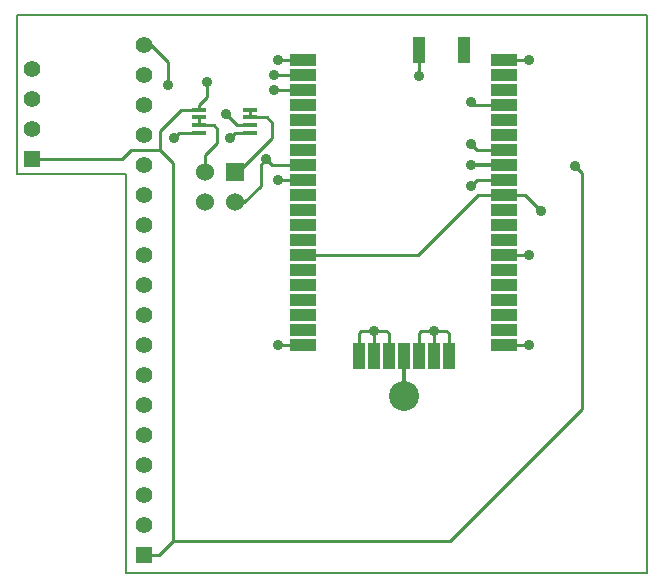
<source format=gbl>
G04 (created by PCBNEW (2012-nov-02)-testing) date Wed 19 Jun 2013 11:23:59 AM CDT*
%MOIN*%
G04 Gerber Fmt 3.4, Leading zero omitted, Abs format*
%FSLAX34Y34*%
G01*
G70*
G90*
G04 APERTURE LIST*
%ADD10C,0.006*%
%ADD11C,0.00590551*%
%ADD12R,0.055X0.055*%
%ADD13C,0.055*%
%ADD14R,0.06X0.06*%
%ADD15C,0.06*%
%ADD16R,0.05X0.015*%
%ADD17R,0.09X0.04*%
%ADD18R,0.04X0.09*%
%ADD19C,0.1*%
%ADD20C,0.035*%
%ADD21C,0.01*%
%ADD22C,0.014*%
G04 APERTURE END LIST*
G54D10*
G54D11*
X95850Y-48350D02*
X95850Y-66950D01*
X74850Y-48350D02*
X74850Y-53650D01*
X95850Y-48350D02*
X74850Y-48350D01*
X78500Y-66950D02*
X95850Y-66950D01*
X78500Y-53650D02*
X78500Y-66950D01*
X74850Y-53650D02*
X78500Y-53650D01*
G54D12*
X75350Y-53150D03*
G54D13*
X75350Y-52150D03*
X75350Y-51150D03*
X75350Y-50150D03*
G54D12*
X79100Y-66350D03*
G54D13*
X79100Y-65350D03*
X79100Y-64350D03*
X79100Y-63350D03*
X79100Y-62350D03*
X79100Y-61350D03*
X79100Y-60350D03*
X79100Y-59350D03*
X79100Y-58350D03*
X79100Y-57350D03*
X79100Y-56350D03*
X79100Y-55350D03*
X79100Y-54350D03*
X79100Y-53350D03*
X79100Y-52350D03*
X79100Y-51350D03*
X79100Y-50350D03*
X79100Y-49350D03*
G54D14*
X82140Y-53570D03*
G54D15*
X82140Y-54570D03*
X81140Y-53570D03*
X81140Y-54570D03*
G54D16*
X82640Y-51506D03*
X82640Y-51762D03*
X82640Y-52018D03*
X82640Y-52274D03*
X80940Y-52274D03*
X80940Y-52018D03*
X80940Y-51762D03*
X80940Y-51506D03*
G54D17*
X91100Y-49850D03*
X91100Y-50350D03*
X91100Y-50850D03*
X91100Y-51350D03*
X91100Y-51850D03*
X91100Y-52350D03*
X91100Y-52850D03*
X91100Y-53350D03*
X91100Y-53850D03*
X91100Y-54350D03*
X91100Y-54850D03*
X91100Y-55350D03*
X91100Y-55850D03*
X91100Y-56350D03*
X91100Y-56850D03*
X91100Y-57350D03*
X91100Y-57850D03*
X91100Y-58350D03*
X91100Y-58850D03*
X91100Y-59350D03*
G54D18*
X89250Y-59700D03*
X88750Y-59700D03*
X88250Y-59700D03*
X87750Y-59700D03*
X87250Y-59700D03*
X86750Y-59700D03*
X86250Y-59700D03*
G54D17*
X84400Y-59350D03*
X84400Y-58850D03*
X84400Y-58350D03*
X84400Y-57850D03*
X84400Y-57350D03*
X84400Y-56850D03*
X84400Y-56350D03*
X84400Y-55850D03*
X84400Y-55350D03*
X84400Y-54850D03*
X84400Y-54350D03*
X84400Y-53850D03*
X84400Y-53350D03*
X84400Y-52850D03*
X84400Y-52350D03*
X84400Y-51850D03*
X84400Y-51350D03*
X84400Y-50850D03*
X84400Y-50350D03*
X84400Y-49850D03*
G54D18*
X89750Y-49500D03*
X88250Y-49500D03*
G54D19*
X87750Y-61050D03*
G54D20*
X92320Y-54880D03*
X88250Y-50380D03*
X93460Y-53390D03*
X81210Y-50590D03*
X89990Y-51260D03*
X80080Y-52460D03*
X81830Y-51660D03*
X83160Y-53160D03*
X83420Y-50850D03*
X79900Y-50690D03*
X83420Y-50340D03*
X81960Y-52430D03*
X83570Y-49850D03*
X91930Y-49850D03*
X91930Y-56350D03*
X83570Y-53850D03*
X83570Y-59350D03*
X91930Y-59350D03*
X86750Y-58870D03*
X88750Y-58870D03*
X89990Y-54050D03*
X89990Y-53350D03*
X89990Y-52650D03*
G54D21*
X91790Y-54350D02*
X91100Y-54350D01*
X92320Y-54880D02*
X91790Y-54350D01*
X88250Y-50380D02*
X88250Y-49500D01*
X84400Y-56350D02*
X88240Y-56350D01*
X88240Y-56350D02*
X90240Y-54350D01*
X90240Y-54350D02*
X91100Y-54350D01*
X79620Y-52840D02*
X79620Y-52200D01*
X80314Y-51506D02*
X80940Y-51506D01*
X79620Y-52200D02*
X80314Y-51506D01*
X75350Y-53150D02*
X78350Y-53150D01*
X80060Y-53280D02*
X80060Y-65880D01*
X80060Y-53280D02*
X79620Y-52840D01*
X78660Y-52840D02*
X79620Y-52840D01*
X78350Y-53150D02*
X78660Y-52840D01*
X93680Y-53610D02*
X93460Y-53390D01*
X80060Y-65880D02*
X89290Y-65880D01*
X93680Y-61490D02*
X93680Y-53610D01*
X89290Y-65880D02*
X93680Y-61490D01*
X79100Y-66350D02*
X79600Y-66350D01*
X80060Y-65890D02*
X80060Y-65880D01*
X79600Y-66350D02*
X80060Y-65890D01*
X80940Y-51506D02*
X80940Y-51350D01*
X80940Y-51350D02*
X81210Y-51080D01*
X81210Y-51080D02*
X81210Y-50590D01*
X90080Y-51350D02*
X91100Y-51350D01*
X89990Y-51260D02*
X90080Y-51350D01*
X81140Y-53570D02*
X81140Y-53010D01*
X81418Y-52018D02*
X80940Y-52018D01*
X81540Y-52140D02*
X81418Y-52018D01*
X81540Y-52610D02*
X81540Y-52140D01*
X81140Y-53010D02*
X81540Y-52610D01*
X80940Y-51762D02*
X80940Y-52018D01*
X80266Y-52274D02*
X80940Y-52274D01*
X80080Y-52460D02*
X80266Y-52274D01*
X82640Y-51506D02*
X82640Y-51762D01*
X82140Y-53570D02*
X82220Y-53570D01*
X83182Y-51762D02*
X82640Y-51762D01*
X83350Y-51930D02*
X83182Y-51762D01*
X83350Y-52440D02*
X83350Y-51930D01*
X82220Y-53570D02*
X83350Y-52440D01*
X82188Y-52018D02*
X82640Y-52018D01*
X81830Y-51660D02*
X82188Y-52018D01*
X84400Y-53350D02*
X83350Y-53350D01*
X83350Y-53350D02*
X83160Y-53160D01*
X82140Y-54570D02*
X82440Y-54570D01*
X82980Y-53340D02*
X83160Y-53160D01*
X82980Y-54030D02*
X82980Y-53340D01*
X82440Y-54570D02*
X82980Y-54030D01*
X83420Y-50850D02*
X84400Y-50850D01*
X79100Y-49350D02*
X79330Y-49350D01*
X79330Y-49350D02*
X79900Y-49920D01*
X79900Y-49920D02*
X79900Y-50690D01*
X83430Y-50350D02*
X84400Y-50350D01*
X83420Y-50340D02*
X83430Y-50350D01*
X82640Y-52274D02*
X82116Y-52274D01*
X82116Y-52274D02*
X81960Y-52430D01*
X84400Y-49850D02*
X83570Y-49850D01*
X91100Y-49850D02*
X91930Y-49850D01*
X91100Y-56350D02*
X91930Y-56350D01*
X84400Y-53850D02*
X83570Y-53850D01*
X84400Y-59350D02*
X83570Y-59350D01*
X91100Y-59350D02*
X91930Y-59350D01*
X86750Y-58870D02*
X86340Y-58870D01*
X86250Y-58960D02*
X86250Y-59700D01*
X86340Y-58870D02*
X86250Y-58960D01*
X86750Y-58870D02*
X87160Y-58870D01*
X86750Y-59700D02*
X86750Y-58870D01*
X87250Y-58960D02*
X87250Y-59700D01*
X87160Y-58870D02*
X87250Y-58960D01*
X88750Y-58870D02*
X88340Y-58870D01*
X88250Y-58960D02*
X88250Y-59700D01*
X88340Y-58870D02*
X88250Y-58960D01*
X88750Y-58870D02*
X89160Y-58870D01*
X88750Y-59700D02*
X88750Y-58870D01*
X89250Y-58960D02*
X89250Y-59700D01*
X89160Y-58870D02*
X89250Y-58960D01*
X90190Y-53850D02*
X91100Y-53850D01*
X89990Y-54050D02*
X90190Y-53850D01*
G54D22*
X89990Y-53350D02*
X91100Y-53350D01*
G54D21*
X90190Y-52850D02*
X91100Y-52850D01*
X89990Y-52650D02*
X90190Y-52850D01*
G54D22*
X87750Y-59700D02*
X87750Y-61050D01*
M02*

</source>
